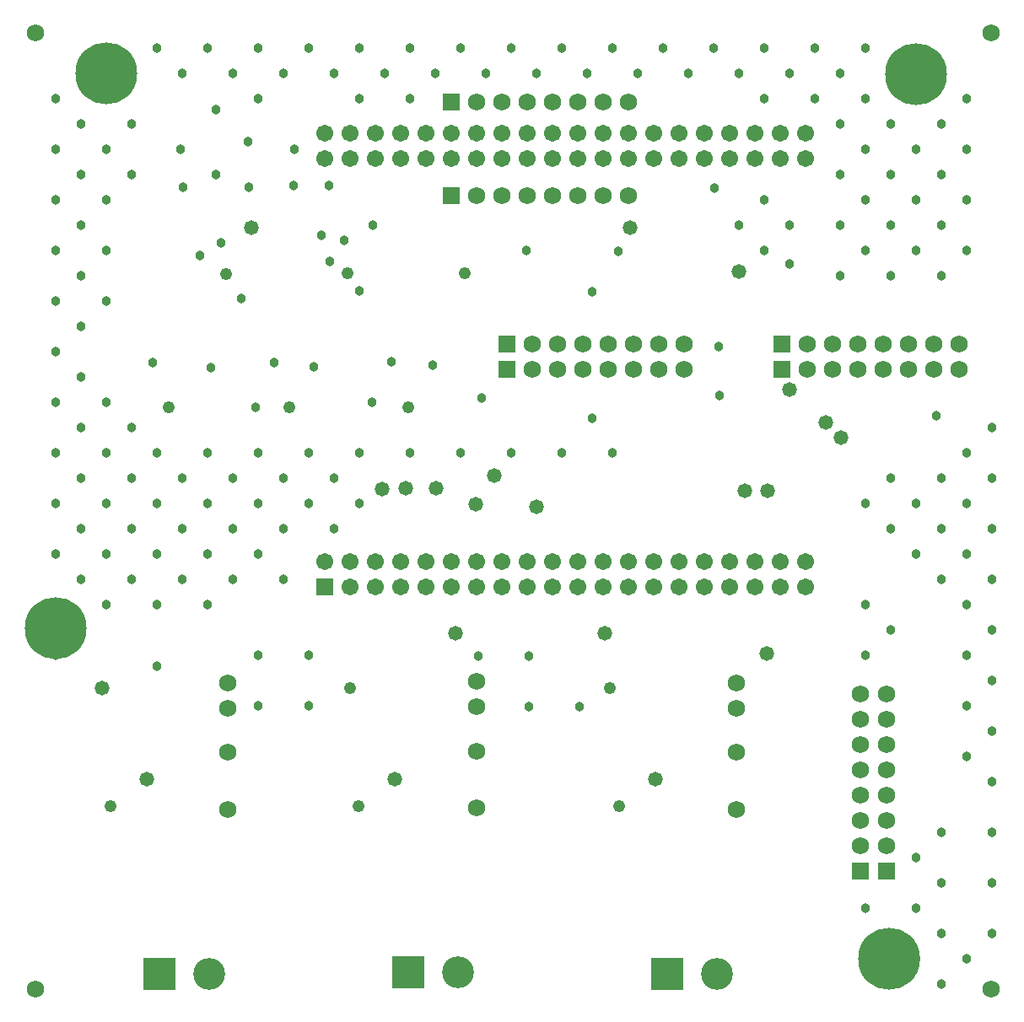
<source format=gbr>
G04 Layer_Color=16711935*
%FSLAX25Y25*%
%MOIN*%
%TF.FileFunction,Soldermask,Bot*%
%TF.Part,Single*%
G01*
G75*
%TA.AperFunction,WasherPad*%
%ADD51C,0.06800*%
%TA.AperFunction,ComponentPad*%
%ADD52C,0.06800*%
%ADD53R,0.06800X0.06800*%
%ADD54R,0.06800X0.06800*%
%ADD55R,0.06706X0.06706*%
%ADD56C,0.06706*%
%ADD57C,0.12611*%
%ADD58R,0.12611X0.12611*%
%TA.AperFunction,ViaPad*%
%ADD59C,0.24422*%
%ADD60C,0.05800*%
%ADD61C,0.03800*%
%ADD62C,0.04800*%
D51*
X377953Y377953D02*
D03*
Y-0D02*
D03*
X0Y377953D02*
D03*
Y-0D02*
D03*
D52*
X184500Y313500D02*
D03*
X174500D02*
D03*
X234500D02*
D03*
X224500D02*
D03*
X214500D02*
D03*
X204500D02*
D03*
X194500D02*
D03*
X184500Y350500D02*
D03*
X174500D02*
D03*
X234500D02*
D03*
X224500D02*
D03*
X214500D02*
D03*
X204500D02*
D03*
X194500D02*
D03*
X326000Y66500D02*
D03*
Y56500D02*
D03*
Y116500D02*
D03*
Y106500D02*
D03*
Y96500D02*
D03*
Y86500D02*
D03*
Y76500D02*
D03*
X336500Y66500D02*
D03*
Y56500D02*
D03*
Y116500D02*
D03*
Y106500D02*
D03*
Y96500D02*
D03*
Y86500D02*
D03*
Y76500D02*
D03*
X325000Y255000D02*
D03*
X335000D02*
D03*
X345000D02*
D03*
X355000D02*
D03*
X365000D02*
D03*
X305000D02*
D03*
X315000D02*
D03*
X325000Y245000D02*
D03*
X335000D02*
D03*
X345000D02*
D03*
X355000D02*
D03*
X365000D02*
D03*
X305000D02*
D03*
X315000D02*
D03*
X216500Y255000D02*
D03*
X226500D02*
D03*
X236500D02*
D03*
X246500D02*
D03*
X256500D02*
D03*
X196500D02*
D03*
X206500D02*
D03*
X216500Y245000D02*
D03*
X226500D02*
D03*
X236500D02*
D03*
X246500D02*
D03*
X256500D02*
D03*
X196500D02*
D03*
X206500D02*
D03*
X174437Y71559D02*
D03*
Y94000D02*
D03*
Y111559D02*
D03*
Y121559D02*
D03*
X76000Y71059D02*
D03*
Y93500D02*
D03*
Y111059D02*
D03*
Y121059D02*
D03*
X277000Y71059D02*
D03*
Y93500D02*
D03*
Y111059D02*
D03*
Y121059D02*
D03*
D53*
X164500Y313500D02*
D03*
Y350500D02*
D03*
X295000Y255000D02*
D03*
Y245000D02*
D03*
X186500Y255000D02*
D03*
Y245000D02*
D03*
D54*
X326000Y46500D02*
D03*
X336500D02*
D03*
D55*
X114500Y159000D02*
D03*
D56*
X124500D02*
D03*
X134500D02*
D03*
X144500D02*
D03*
X154500D02*
D03*
X164500D02*
D03*
X174500D02*
D03*
X184500D02*
D03*
X194500D02*
D03*
X204500D02*
D03*
X214500D02*
D03*
X224500D02*
D03*
X234500D02*
D03*
X244500D02*
D03*
X254500D02*
D03*
X264500D02*
D03*
X274500D02*
D03*
X284500D02*
D03*
X294500D02*
D03*
X304500D02*
D03*
X114500Y169000D02*
D03*
X124500D02*
D03*
X134500D02*
D03*
X144500D02*
D03*
X154500D02*
D03*
X164500D02*
D03*
X174500D02*
D03*
X184500D02*
D03*
X194500D02*
D03*
X204500D02*
D03*
X214500D02*
D03*
X224500D02*
D03*
X234500D02*
D03*
X244500D02*
D03*
X254500D02*
D03*
X264500D02*
D03*
X274500D02*
D03*
X284500D02*
D03*
X294500D02*
D03*
X304500D02*
D03*
X114500Y328291D02*
D03*
X304500Y338291D02*
D03*
X294500D02*
D03*
X284500D02*
D03*
X274500D02*
D03*
X264500D02*
D03*
X254500D02*
D03*
X244500D02*
D03*
X234500D02*
D03*
X224500D02*
D03*
X214500D02*
D03*
X204500D02*
D03*
X194500D02*
D03*
X184500D02*
D03*
X174500D02*
D03*
X164500D02*
D03*
X154500D02*
D03*
X144500D02*
D03*
X134500D02*
D03*
X124500D02*
D03*
X114500D02*
D03*
X304500Y328291D02*
D03*
X294500D02*
D03*
X284500D02*
D03*
X274500D02*
D03*
X264500D02*
D03*
X254500D02*
D03*
X244500D02*
D03*
X234500D02*
D03*
X224500D02*
D03*
X214500D02*
D03*
X204500D02*
D03*
X194500D02*
D03*
X184500D02*
D03*
X174500D02*
D03*
X164500D02*
D03*
X154500D02*
D03*
X144500D02*
D03*
X134500D02*
D03*
X124500D02*
D03*
D57*
X269342Y6000D02*
D03*
X167280Y6500D02*
D03*
X68843Y6000D02*
D03*
D58*
X249658D02*
D03*
X147594Y6500D02*
D03*
X49158Y6000D02*
D03*
D59*
X337500Y12000D02*
D03*
X348000Y361500D02*
D03*
X28000Y362000D02*
D03*
X8000Y142500D02*
D03*
D60*
X289500Y197000D02*
D03*
X280500D02*
D03*
X174000Y191500D02*
D03*
X146500Y198000D02*
D03*
X137000Y197500D02*
D03*
X158500Y198000D02*
D03*
X318500Y218000D02*
D03*
X312500Y224000D02*
D03*
X298000Y237000D02*
D03*
X181500Y203000D02*
D03*
X198000Y190500D02*
D03*
X44000Y83000D02*
D03*
X142000D02*
D03*
X245000D02*
D03*
X225000Y140500D02*
D03*
X166000D02*
D03*
X26500Y119000D02*
D03*
X289000Y132500D02*
D03*
X235000Y301000D02*
D03*
X85500D02*
D03*
X278000Y283500D02*
D03*
D61*
X48000Y372000D02*
D03*
X38000Y362000D02*
D03*
X28000Y372000D02*
D03*
X18000Y362000D02*
D03*
X58000D02*
D03*
X68000Y372000D02*
D03*
X78000Y362000D02*
D03*
X88000Y372000D02*
D03*
X98000Y362000D02*
D03*
X108000Y372000D02*
D03*
X118000Y362000D02*
D03*
X128000Y372000D02*
D03*
X138000Y362000D02*
D03*
X148000Y372000D02*
D03*
X158000Y362000D02*
D03*
X168000Y372000D02*
D03*
X178000Y362000D02*
D03*
X188000Y372000D02*
D03*
X198000Y362000D02*
D03*
X208000Y372000D02*
D03*
X218000Y362000D02*
D03*
X228000Y372000D02*
D03*
X238000Y362000D02*
D03*
X248000Y372000D02*
D03*
X258000Y362000D02*
D03*
X268000Y372000D02*
D03*
X278000Y362000D02*
D03*
X288000Y372000D02*
D03*
X298000Y362000D02*
D03*
X308000Y372000D02*
D03*
X318000Y362000D02*
D03*
X328000Y372000D02*
D03*
X338000Y362000D02*
D03*
X348000Y372000D02*
D03*
X8000Y352000D02*
D03*
X28000D02*
D03*
X38000Y342000D02*
D03*
X18000D02*
D03*
Y322000D02*
D03*
X38000D02*
D03*
X28000Y332000D02*
D03*
X8000D02*
D03*
X18000Y302000D02*
D03*
X28000Y312000D02*
D03*
X8000D02*
D03*
X18000Y282000D02*
D03*
X28000Y292000D02*
D03*
X8000D02*
D03*
X18000Y262000D02*
D03*
X28000Y272000D02*
D03*
X8000D02*
D03*
X18000Y242000D02*
D03*
X46500Y247500D02*
D03*
X8000Y252000D02*
D03*
X18000Y222000D02*
D03*
X38000D02*
D03*
X28000Y232000D02*
D03*
X8000D02*
D03*
X18000Y202000D02*
D03*
X38000D02*
D03*
X28000Y212000D02*
D03*
X8000D02*
D03*
X48000D02*
D03*
X18000Y182000D02*
D03*
X38000D02*
D03*
X28000Y192000D02*
D03*
X8000D02*
D03*
X48000D02*
D03*
X18000Y162000D02*
D03*
X38000D02*
D03*
X28000Y172000D02*
D03*
X8000D02*
D03*
X48000D02*
D03*
X18000Y142000D02*
D03*
X28000Y152000D02*
D03*
X8000D02*
D03*
X48000D02*
D03*
X8000Y132000D02*
D03*
X78000Y202000D02*
D03*
X73500Y295000D02*
D03*
X68000Y212000D02*
D03*
X102500Y332000D02*
D03*
X122000Y296000D02*
D03*
X157000Y246500D02*
D03*
X133449Y302000D02*
D03*
X102000Y317500D02*
D03*
X65000Y290000D02*
D03*
X148000Y212000D02*
D03*
X87000Y230000D02*
D03*
X81500Y273000D02*
D03*
X88000Y172000D02*
D03*
X68000D02*
D03*
X78000Y162000D02*
D03*
X68000Y192000D02*
D03*
X78000Y182000D02*
D03*
X58000D02*
D03*
Y202000D02*
D03*
X88000Y192000D02*
D03*
X113000Y298000D02*
D03*
X116500Y287500D02*
D03*
X98000Y182000D02*
D03*
X108000Y192000D02*
D03*
X118000Y182000D02*
D03*
X98000Y162000D02*
D03*
X58000D02*
D03*
X68000Y152000D02*
D03*
X88000Y132000D02*
D03*
X108000Y112000D02*
D03*
X88000D02*
D03*
X48000Y127500D02*
D03*
X108000Y132000D02*
D03*
X128000Y192000D02*
D03*
X116000Y317500D02*
D03*
X168000Y212000D02*
D03*
X188000D02*
D03*
X208000D02*
D03*
X228000D02*
D03*
X57500Y332000D02*
D03*
X110000Y246000D02*
D03*
X133000Y232000D02*
D03*
X69500Y245500D02*
D03*
X84000Y335000D02*
D03*
X71500Y322000D02*
D03*
Y347500D02*
D03*
X88000Y352000D02*
D03*
X84500Y317000D02*
D03*
X58500D02*
D03*
X358000Y322000D02*
D03*
X318000D02*
D03*
X338000D02*
D03*
X358000Y342000D02*
D03*
X318000D02*
D03*
X338000D02*
D03*
X348000Y332000D02*
D03*
X328000D02*
D03*
X358000Y282000D02*
D03*
X318000D02*
D03*
X338000D02*
D03*
X358000Y302000D02*
D03*
X318000D02*
D03*
X338000D02*
D03*
X348000Y292000D02*
D03*
X328000D02*
D03*
Y352000D02*
D03*
X348000D02*
D03*
X328000Y312000D02*
D03*
X348000D02*
D03*
X368000Y332000D02*
D03*
Y312000D02*
D03*
X358000Y362000D02*
D03*
X368000Y352000D02*
D03*
X308000D02*
D03*
X288000D02*
D03*
Y312000D02*
D03*
X298000Y302000D02*
D03*
X278000D02*
D03*
X288000Y292000D02*
D03*
X298000Y286500D02*
D03*
X230500Y291500D02*
D03*
X270000Y254000D02*
D03*
X176500Y233500D02*
D03*
X270500Y234500D02*
D03*
X220000Y225500D02*
D03*
X368000Y292000D02*
D03*
Y212000D02*
D03*
X338000Y202000D02*
D03*
X358000D02*
D03*
X356000Y226500D02*
D03*
X348000Y192000D02*
D03*
X328000D02*
D03*
X338000Y182000D02*
D03*
X358000D02*
D03*
X368000Y192000D02*
D03*
X378000Y182000D02*
D03*
X368000Y172000D02*
D03*
X348000D02*
D03*
X378000Y162000D02*
D03*
X358000D02*
D03*
X368000Y152000D02*
D03*
X378000Y142000D02*
D03*
Y202000D02*
D03*
Y222000D02*
D03*
Y122000D02*
D03*
Y102000D02*
D03*
X368000Y132000D02*
D03*
Y112000D02*
D03*
Y92000D02*
D03*
X378000Y82000D02*
D03*
Y62000D02*
D03*
Y42000D02*
D03*
Y22000D02*
D03*
X348000Y32000D02*
D03*
X358000Y42000D02*
D03*
X348000Y52000D02*
D03*
X358000Y62000D02*
D03*
X328000Y12000D02*
D03*
X338000Y22000D02*
D03*
X328000Y32000D02*
D03*
X358000Y2000D02*
D03*
X348000Y12000D02*
D03*
X338000Y2000D02*
D03*
X368000Y12000D02*
D03*
X358000Y22000D02*
D03*
X215000Y111500D02*
D03*
X195000D02*
D03*
Y131500D02*
D03*
X175000D02*
D03*
X328000Y152000D02*
D03*
Y132000D02*
D03*
X338000Y142000D02*
D03*
X148000Y352000D02*
D03*
X128000D02*
D03*
X268500Y316500D02*
D03*
X94500Y247500D02*
D03*
X140772Y248000D02*
D03*
X128000Y276000D02*
D03*
X108000Y212000D02*
D03*
X98000Y202000D02*
D03*
X88000Y212000D02*
D03*
X128000D02*
D03*
X118000Y202000D02*
D03*
X220000Y275500D02*
D03*
X194000Y292000D02*
D03*
D62*
X29760Y72260D02*
D03*
X127760D02*
D03*
X230760D02*
D03*
X227000Y119000D02*
D03*
X124500D02*
D03*
X75500Y282500D02*
D03*
X169772Y283000D02*
D03*
X147437Y230063D02*
D03*
X100437D02*
D03*
X52937D02*
D03*
X123500Y283000D02*
D03*
%TF.MD5,581c3f3e2cf403c2a9e1ecdaef27df21*%
M02*

</source>
